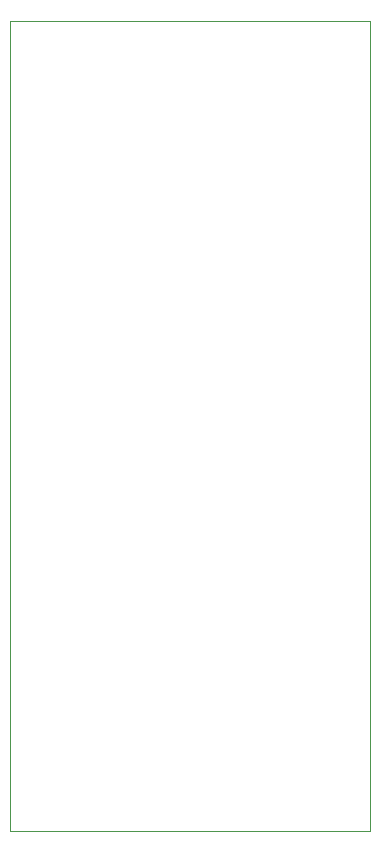
<source format=gbr>
%TF.GenerationSoftware,KiCad,Pcbnew,7.0.9*%
%TF.CreationDate,2023-12-23T19:40:19-06:00*%
%TF.ProjectId,picow_eeprom,7069636f-775f-4656-9570-726f6d2e6b69,rev?*%
%TF.SameCoordinates,Original*%
%TF.FileFunction,Profile,NP*%
%FSLAX46Y46*%
G04 Gerber Fmt 4.6, Leading zero omitted, Abs format (unit mm)*
G04 Created by KiCad (PCBNEW 7.0.9) date 2023-12-23 19:40:19*
%MOMM*%
%LPD*%
G01*
G04 APERTURE LIST*
%TA.AperFunction,Profile*%
%ADD10C,0.100000*%
%TD*%
G04 APERTURE END LIST*
D10*
X27940000Y-86360000D02*
X58420000Y-86360000D01*
X27940000Y-17780000D02*
X27940000Y-86360000D01*
X58420000Y-17780000D02*
X27940000Y-17780000D01*
X58420000Y-86360000D02*
X58420000Y-17780000D01*
M02*

</source>
